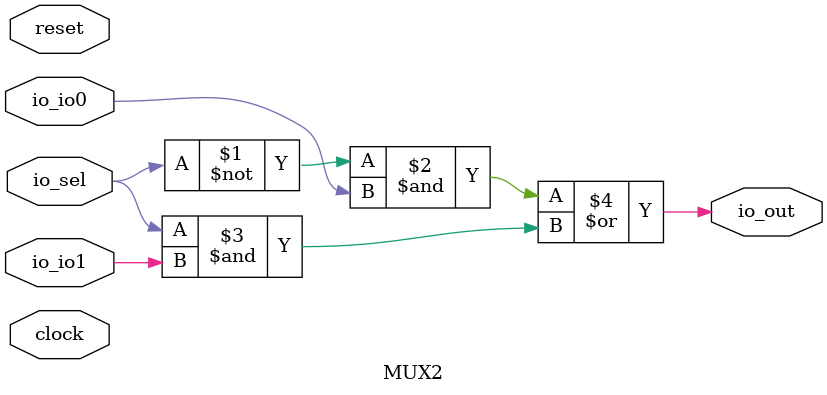
<source format=v>
module MUX2(
  input   clock,
  input   reset,
  input   io_io0,
  input   io_io1,
  input   io_sel,
  output  io_out
);
  assign io_out = ~io_sel & io_io0 | io_sel & io_io1; // @[mux2.scala 15:34]
endmodule

</source>
